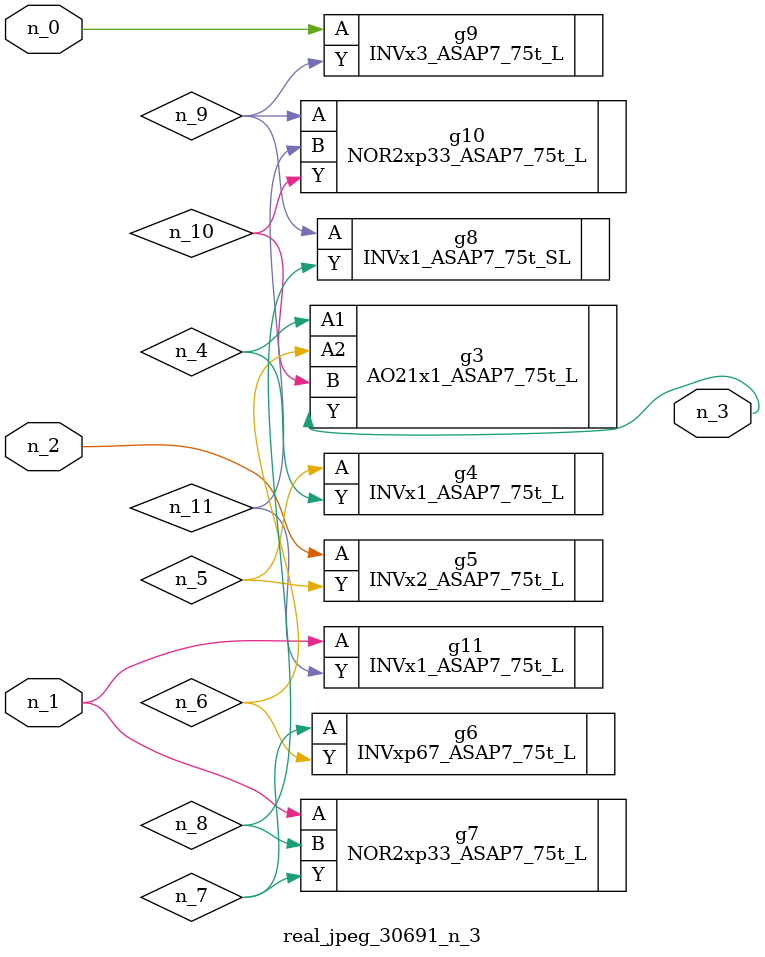
<source format=v>
module real_jpeg_30691_n_3 (n_1, n_0, n_2, n_3);

input n_1;
input n_0;
input n_2;

output n_3;

wire n_5;
wire n_8;
wire n_4;
wire n_11;
wire n_6;
wire n_7;
wire n_10;
wire n_9;

INVx3_ASAP7_75t_L g9 ( 
.A(n_0),
.Y(n_9)
);

NOR2xp33_ASAP7_75t_L g7 ( 
.A(n_1),
.B(n_8),
.Y(n_7)
);

INVx1_ASAP7_75t_L g11 ( 
.A(n_1),
.Y(n_11)
);

INVx2_ASAP7_75t_L g5 ( 
.A(n_2),
.Y(n_5)
);

AO21x1_ASAP7_75t_L g3 ( 
.A1(n_4),
.A2(n_6),
.B(n_10),
.Y(n_3)
);

INVx1_ASAP7_75t_L g4 ( 
.A(n_5),
.Y(n_4)
);

INVxp67_ASAP7_75t_L g6 ( 
.A(n_7),
.Y(n_6)
);

INVx1_ASAP7_75t_SL g8 ( 
.A(n_9),
.Y(n_8)
);

NOR2xp33_ASAP7_75t_L g10 ( 
.A(n_9),
.B(n_11),
.Y(n_10)
);


endmodule
</source>
